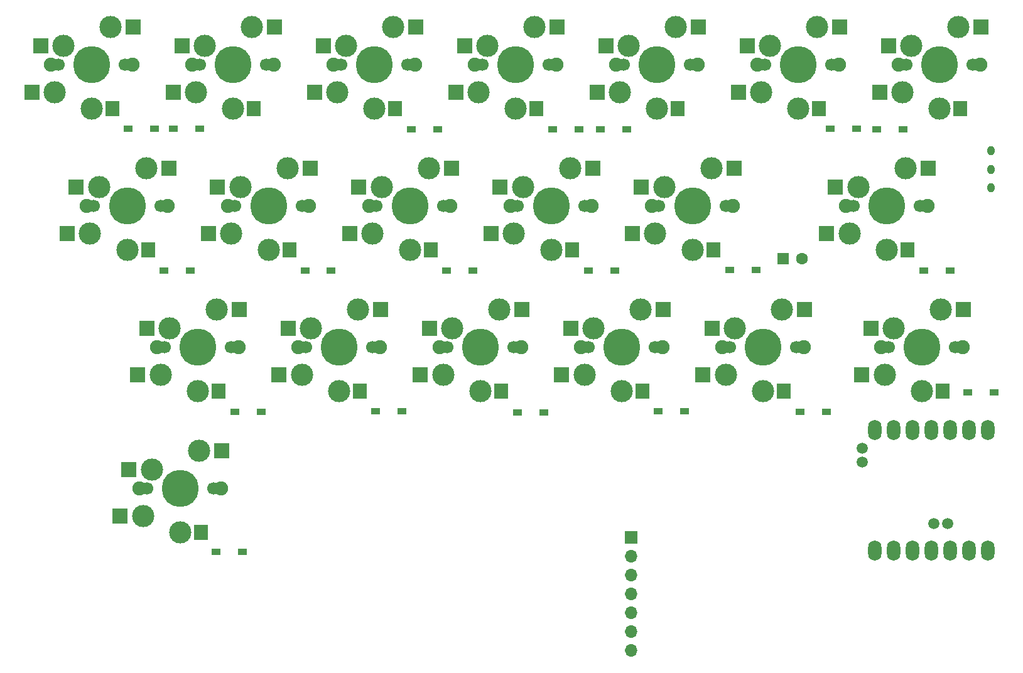
<source format=gbr>
%TF.GenerationSoftware,KiCad,Pcbnew,8.0.7*%
%TF.CreationDate,2025-01-10T20:34:57+09:00*%
%TF.ProjectId,cool937tb_R_v2,636f6f6c-3933-4377-9462-5f525f76322e,rev?*%
%TF.SameCoordinates,Original*%
%TF.FileFunction,Soldermask,Bot*%
%TF.FilePolarity,Negative*%
%FSLAX46Y46*%
G04 Gerber Fmt 4.6, Leading zero omitted, Abs format (unit mm)*
G04 Created by KiCad (PCBNEW 8.0.7) date 2025-01-10 20:34:57*
%MOMM*%
%LPD*%
G01*
G04 APERTURE LIST*
%ADD10R,1.300000X0.950000*%
%ADD11C,1.900000*%
%ADD12C,1.700000*%
%ADD13C,3.000000*%
%ADD14C,5.000000*%
%ADD15R,2.000000X2.000000*%
%ADD16R,1.900000X2.000000*%
%ADD17O,1.000000X1.300000*%
%ADD18R,1.700000X1.700000*%
%ADD19O,1.700000X1.700000*%
%ADD20R,1.600000X1.600000*%
%ADD21C,1.600000*%
%ADD22O,1.800000X2.750000*%
%ADD23C,1.500000*%
G04 APERTURE END LIST*
D10*
%TO.C,D14*%
X66955000Y-27760000D03*
X70505000Y-27760000D03*
%TD*%
D11*
%TO.C,SW1*%
X-5500000Y0D03*
D12*
X-5080000Y0D03*
D13*
X-5000000Y-3700000D03*
D12*
X-4500000Y0D03*
D13*
X-3810000Y2540000D03*
D14*
X0Y0D03*
D13*
X0Y-5900000D03*
X2540000Y5080000D03*
D12*
X4500000Y0D03*
X5080000Y0D03*
D11*
X5500000Y0D03*
D15*
X-8100000Y-3700000D03*
X-6900000Y2540000D03*
D16*
X2800000Y-5900000D03*
D15*
X5600000Y5080000D03*
%TD*%
D10*
%TO.C,D10*%
X47835000Y-27730000D03*
X51385000Y-27730000D03*
%TD*%
%TO.C,D15*%
X76375000Y-46770000D03*
X79925000Y-46770000D03*
%TD*%
D11*
%TO.C,SW8*%
X84987500Y-38100000D03*
D12*
X85407500Y-38100000D03*
D13*
X85487500Y-41800000D03*
D12*
X85987500Y-38100000D03*
D13*
X86677500Y-35560000D03*
D14*
X90487500Y-38100000D03*
D13*
X90487500Y-44000000D03*
X93027500Y-33020000D03*
D12*
X94987500Y-38100000D03*
X95567500Y-38100000D03*
D11*
X95987500Y-38100000D03*
D15*
X82387500Y-41800000D03*
X83587500Y-35560000D03*
D16*
X93287500Y-44000000D03*
D15*
X96087500Y-33020000D03*
%TD*%
D11*
%TO.C,SW15*%
X65937500Y-38100000D03*
D12*
X66357500Y-38100000D03*
D13*
X66437500Y-41800000D03*
D12*
X66937500Y-38100000D03*
D13*
X67627500Y-35560000D03*
D14*
X71437500Y-38100000D03*
D13*
X71437500Y-44000000D03*
X73977500Y-33020000D03*
D12*
X75937500Y-38100000D03*
X76517500Y-38100000D03*
D11*
X76937500Y-38100000D03*
D15*
X63337500Y-41800000D03*
X64537500Y-35560000D03*
D16*
X74237500Y-44000000D03*
D15*
X77037500Y-33020000D03*
%TD*%
D10*
%TO.C,D13*%
X62155000Y-8750000D03*
X65705000Y-8750000D03*
%TD*%
D11*
%TO.C,SW16*%
X108800000Y0D03*
D12*
X109220000Y0D03*
D13*
X109300000Y-3700000D03*
D12*
X109800000Y0D03*
D13*
X110490000Y2540000D03*
D14*
X114300000Y0D03*
D13*
X114300000Y-5900000D03*
X116840000Y5080000D03*
D12*
X118800000Y0D03*
X119380000Y0D03*
D11*
X119800000Y0D03*
D15*
X106200000Y-3700000D03*
X107400000Y2540000D03*
D16*
X117100000Y-5900000D03*
D15*
X119900000Y5080000D03*
%TD*%
D17*
%TO.C,SW21*%
X121220000Y-11620000D03*
X121220000Y-14120000D03*
X121220000Y-16620000D03*
%TD*%
D10*
%TO.C,D1*%
X4865000Y-8620000D03*
X8415000Y-8620000D03*
%TD*%
%TO.C,D2*%
X9745000Y-27730000D03*
X13295000Y-27730000D03*
%TD*%
%TO.C,D17*%
X68535000Y-8710000D03*
X72085000Y-8710000D03*
%TD*%
%TO.C,D7*%
X38245000Y-46750000D03*
X41795000Y-46750000D03*
%TD*%
D11*
%TO.C,SW13*%
X51650000Y0D03*
D12*
X52070000Y0D03*
D13*
X52150000Y-3700000D03*
D12*
X52650000Y0D03*
D13*
X53340000Y2540000D03*
D14*
X57150000Y0D03*
D13*
X57150000Y-5900000D03*
X59690000Y5080000D03*
D12*
X61650000Y0D03*
X62230000Y0D03*
D11*
X62650000Y0D03*
D15*
X49050000Y-3700000D03*
X50250000Y2540000D03*
D16*
X59950000Y-5900000D03*
D15*
X62750000Y5080000D03*
%TD*%
D10*
%TO.C,D11*%
X57405000Y-46880000D03*
X60955000Y-46880000D03*
%TD*%
D11*
%TO.C,SW17*%
X70700000Y0D03*
D12*
X71120000Y0D03*
D13*
X71200000Y-3700000D03*
D12*
X71700000Y0D03*
D13*
X72390000Y2540000D03*
D14*
X76200000Y0D03*
D13*
X76200000Y-5900000D03*
X78740000Y5080000D03*
D12*
X80700000Y0D03*
X81280000Y0D03*
D11*
X81700000Y0D03*
D15*
X68100000Y-3700000D03*
X69300000Y2540000D03*
D16*
X79000000Y-5900000D03*
D15*
X81800000Y5080000D03*
%TD*%
D11*
%TO.C,SW11*%
X46887500Y-38100000D03*
D12*
X47307500Y-38100000D03*
D13*
X47387500Y-41800000D03*
D12*
X47887500Y-38100000D03*
D13*
X48577500Y-35560000D03*
D14*
X52387500Y-38100000D03*
D13*
X52387500Y-44000000D03*
X54927500Y-33020000D03*
D12*
X56887500Y-38100000D03*
X57467500Y-38100000D03*
D11*
X57887500Y-38100000D03*
D15*
X44287500Y-41800000D03*
X45487500Y-35560000D03*
D16*
X55187500Y-44000000D03*
D15*
X57987500Y-33020000D03*
%TD*%
D11*
%TO.C,SW12*%
X75462500Y-19050000D03*
D12*
X75882500Y-19050000D03*
D13*
X75962500Y-22750000D03*
D12*
X76462500Y-19050000D03*
D13*
X77152500Y-16510000D03*
D14*
X80962500Y-19050000D03*
D13*
X80962500Y-24950000D03*
X83502500Y-13970000D03*
D12*
X85462500Y-19050000D03*
X86042500Y-19050000D03*
D11*
X86462500Y-19050000D03*
D15*
X72862500Y-22750000D03*
X74062500Y-16510000D03*
D16*
X83762500Y-24950000D03*
D15*
X86562500Y-13970000D03*
%TD*%
D11*
%TO.C,SW19*%
X106418750Y-38100000D03*
D12*
X106838750Y-38100000D03*
D13*
X106918750Y-41800000D03*
D12*
X107418750Y-38100000D03*
D13*
X108108750Y-35560000D03*
D14*
X111918750Y-38100000D03*
D13*
X111918750Y-44000000D03*
X114458750Y-33020000D03*
D12*
X116418750Y-38100000D03*
X116998750Y-38100000D03*
D11*
X117418750Y-38100000D03*
D15*
X103818750Y-41800000D03*
X105018750Y-35560000D03*
D16*
X114718750Y-44000000D03*
D15*
X117518750Y-33020000D03*
%TD*%
D11*
%TO.C,SW20*%
X89750000Y0D03*
D12*
X90170000Y0D03*
D13*
X90250000Y-3700000D03*
D12*
X90750000Y0D03*
D13*
X91440000Y2540000D03*
D14*
X95250000Y0D03*
D13*
X95250000Y-5900000D03*
X97790000Y5080000D03*
D12*
X99750000Y0D03*
X100330000Y0D03*
D11*
X100750000Y0D03*
D15*
X87150000Y-3700000D03*
X88350000Y2540000D03*
D16*
X98050000Y-5900000D03*
D15*
X100850000Y5080000D03*
%TD*%
D10*
%TO.C,D18*%
X112155000Y-27740000D03*
X115705000Y-27740000D03*
%TD*%
D11*
%TO.C,SW3*%
X8787500Y-38100000D03*
D12*
X9207500Y-38100000D03*
D13*
X9287500Y-41800000D03*
D12*
X9787500Y-38100000D03*
D13*
X10477500Y-35560000D03*
D14*
X14287500Y-38100000D03*
D13*
X14287500Y-44000000D03*
X16827500Y-33020000D03*
D12*
X18787500Y-38100000D03*
X19367500Y-38100000D03*
D11*
X19787500Y-38100000D03*
D15*
X6187500Y-41800000D03*
X7387500Y-35560000D03*
D16*
X17087500Y-44000000D03*
D15*
X19887500Y-33020000D03*
%TD*%
D11*
%TO.C,SW7*%
X27837500Y-38100000D03*
D12*
X28257500Y-38100000D03*
D13*
X28337500Y-41800000D03*
D12*
X28837500Y-38100000D03*
D13*
X29527500Y-35560000D03*
D14*
X33337500Y-38100000D03*
D13*
X33337500Y-44000000D03*
X35877500Y-33020000D03*
D12*
X37837500Y-38100000D03*
X38417500Y-38100000D03*
D11*
X38837500Y-38100000D03*
D15*
X25237500Y-41800000D03*
X26437500Y-35560000D03*
D16*
X36137500Y-44000000D03*
D15*
X38937500Y-33020000D03*
%TD*%
D10*
%TO.C,D4*%
X16775000Y-65730000D03*
X20325000Y-65730000D03*
%TD*%
%TO.C,D19*%
X118075000Y-44200000D03*
X121625000Y-44200000D03*
%TD*%
%TO.C,D5*%
X10985000Y-8670000D03*
X14535000Y-8670000D03*
%TD*%
D11*
%TO.C,SW10*%
X37362500Y-19050000D03*
D12*
X37782500Y-19050000D03*
D13*
X37862500Y-22750000D03*
D12*
X38362500Y-19050000D03*
D13*
X39052500Y-16510000D03*
D14*
X42862500Y-19050000D03*
D13*
X42862500Y-24950000D03*
X45402500Y-13970000D03*
D12*
X47362500Y-19050000D03*
X47942500Y-19050000D03*
D11*
X48362500Y-19050000D03*
D15*
X34762500Y-22750000D03*
X35962500Y-16510000D03*
D16*
X45662500Y-24950000D03*
D15*
X48462500Y-13970000D03*
%TD*%
D18*
%TO.C,J1*%
X72730000Y-63790000D03*
D19*
X72730000Y-66330000D03*
X72730000Y-68870000D03*
X72730000Y-71410000D03*
X72730000Y-73950000D03*
X72730000Y-76490000D03*
X72730000Y-79030000D03*
%TD*%
D10*
%TO.C,D12*%
X85975000Y-27700000D03*
X89525000Y-27700000D03*
%TD*%
%TO.C,D3*%
X19265000Y-46810000D03*
X22815000Y-46810000D03*
%TD*%
D20*
%TO.C,J8*%
X93206250Y-26193750D03*
D21*
X95726250Y-26193750D03*
%TD*%
D11*
%TO.C,SW5*%
X13550000Y0D03*
D12*
X13970000Y0D03*
D13*
X14050000Y-3700000D03*
D12*
X14550000Y0D03*
D13*
X15240000Y2540000D03*
D14*
X19050000Y0D03*
D13*
X19050000Y-5900000D03*
X21590000Y5080000D03*
D12*
X23550000Y0D03*
X24130000Y0D03*
D11*
X24550000Y0D03*
D15*
X10950000Y-3700000D03*
X12150000Y2540000D03*
D16*
X21850000Y-5900000D03*
D15*
X24650000Y5080000D03*
%TD*%
D11*
%TO.C,SW6*%
X18312500Y-19050000D03*
D12*
X18732500Y-19050000D03*
D13*
X18812500Y-22750000D03*
D12*
X19312500Y-19050000D03*
D13*
X20002500Y-16510000D03*
D14*
X23812500Y-19050000D03*
D13*
X23812500Y-24950000D03*
X26352500Y-13970000D03*
D12*
X28312500Y-19050000D03*
X28892500Y-19050000D03*
D11*
X29312500Y-19050000D03*
D15*
X15712500Y-22750000D03*
X16912500Y-16510000D03*
D16*
X26612500Y-24950000D03*
D15*
X29412500Y-13970000D03*
%TD*%
D11*
%TO.C,SW9*%
X32600000Y0D03*
D12*
X33020000Y0D03*
D13*
X33100000Y-3700000D03*
D12*
X33600000Y0D03*
D13*
X34290000Y2540000D03*
D14*
X38100000Y0D03*
D13*
X38100000Y-5900000D03*
X40640000Y5080000D03*
D12*
X42600000Y0D03*
X43180000Y0D03*
D11*
X43600000Y0D03*
D15*
X30000000Y-3700000D03*
X31200000Y2540000D03*
D16*
X40900000Y-5900000D03*
D15*
X43700000Y5080000D03*
%TD*%
D11*
%TO.C,SW4*%
X6406250Y-57150000D03*
D12*
X6826250Y-57150000D03*
D13*
X6906250Y-60850000D03*
D12*
X7406250Y-57150000D03*
D13*
X8096250Y-54610000D03*
D14*
X11906250Y-57150000D03*
D13*
X11906250Y-63050000D03*
X14446250Y-52070000D03*
D12*
X16406250Y-57150000D03*
X16986250Y-57150000D03*
D11*
X17406250Y-57150000D03*
D15*
X3806250Y-60850000D03*
X5006250Y-54610000D03*
D16*
X14706250Y-63050000D03*
D15*
X17506250Y-52070000D03*
%TD*%
D10*
%TO.C,D6*%
X28725000Y-27780000D03*
X32275000Y-27780000D03*
%TD*%
%TO.C,D16*%
X105845000Y-8730000D03*
X109395000Y-8730000D03*
%TD*%
D11*
%TO.C,SW2*%
X-737500Y-19050000D03*
D12*
X-317500Y-19050000D03*
D13*
X-237500Y-22750000D03*
D12*
X262500Y-19050000D03*
D13*
X952500Y-16510000D03*
D14*
X4762500Y-19050000D03*
D13*
X4762500Y-24950000D03*
X7302500Y-13970000D03*
D12*
X9262500Y-19050000D03*
X9842500Y-19050000D03*
D11*
X10262500Y-19050000D03*
D15*
X-3337500Y-22750000D03*
X-2137500Y-16510000D03*
D16*
X7562500Y-24950000D03*
D15*
X10362500Y-13970000D03*
%TD*%
D11*
%TO.C,SW18*%
X101656250Y-19050000D03*
D12*
X102076250Y-19050000D03*
D13*
X102156250Y-22750000D03*
D12*
X102656250Y-19050000D03*
D13*
X103346250Y-16510000D03*
D14*
X107156250Y-19050000D03*
D13*
X107156250Y-24950000D03*
X109696250Y-13970000D03*
D12*
X111656250Y-19050000D03*
X112236250Y-19050000D03*
D11*
X112656250Y-19050000D03*
D15*
X99056250Y-22750000D03*
X100256250Y-16510000D03*
D16*
X109956250Y-24950000D03*
D15*
X112756250Y-13970000D03*
%TD*%
D11*
%TO.C,SW14*%
X56412500Y-19050000D03*
D12*
X56832500Y-19050000D03*
D13*
X56912500Y-22750000D03*
D12*
X57412500Y-19050000D03*
D13*
X58102500Y-16510000D03*
D14*
X61912500Y-19050000D03*
D13*
X61912500Y-24950000D03*
X64452500Y-13970000D03*
D12*
X66412500Y-19050000D03*
X66992500Y-19050000D03*
D11*
X67412500Y-19050000D03*
D15*
X53812500Y-22750000D03*
X55012500Y-16510000D03*
D16*
X64712500Y-24950000D03*
D15*
X67512500Y-13970000D03*
%TD*%
D10*
%TO.C,D20*%
X99565000Y-8640000D03*
X103115000Y-8640000D03*
%TD*%
%TO.C,D9*%
X43055000Y-8680000D03*
X46605000Y-8680000D03*
%TD*%
%TO.C,D8*%
X95465000Y-46850000D03*
X99015000Y-46850000D03*
%TD*%
D22*
%TO.C,U1*%
X120806000Y-65540000D03*
X118266000Y-65540000D03*
X115726000Y-65540000D03*
X113186000Y-65540000D03*
X110646000Y-65540000D03*
X108106000Y-65540000D03*
X105566000Y-65540000D03*
X105566000Y-49300000D03*
X108106000Y-49300000D03*
X110646000Y-49300000D03*
X113186000Y-49300000D03*
X115726000Y-49300000D03*
X118266000Y-49300000D03*
X120806000Y-49300000D03*
D23*
X103874000Y-53584600D03*
X103874000Y-51705000D03*
X113503000Y-61865000D03*
X115408000Y-61865000D03*
%TD*%
M02*

</source>
